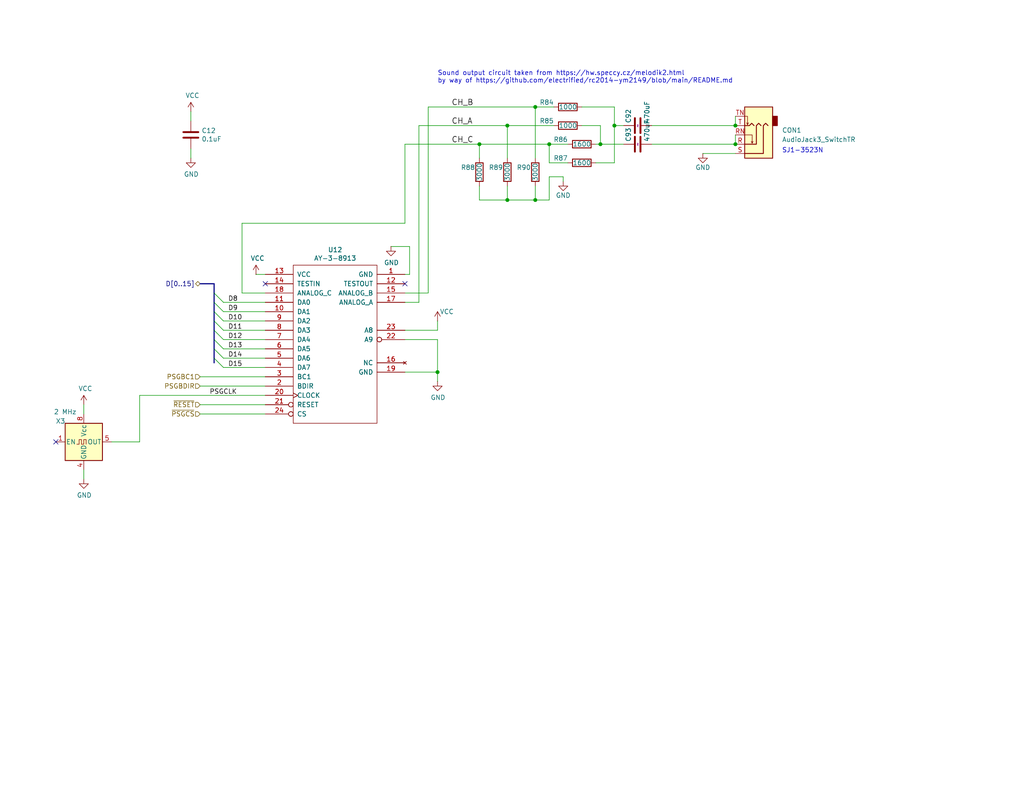
<source format=kicad_sch>
(kicad_sch (version 20231120) (generator "eeschema") (generator_version "8.0")
  (paper "A")
  (title_block (title "BITSY Mark I - An MC68000 Single Board Computer") (date "2025-06-12") (rev "V1B") (comment 1 "Licensed under CC-BY-SA-NC 4.0.") (comment 2 "https://github.com/codesmythe/BITSY_MK_I") (comment 3 "© 2025 Rob Gowin") (comment 4 "BITSY Mark I is a single board computer based around an MC68000 CPU."))
  (lib_symbols
    (symbol "AY-3-8913:AY-3-8913" (pin_names (offset 1.016))
      (property "Reference" "U" (at 0 -2.54 0))
      (property "Value" "AY-3-8913" (at 0 2.54 0))
      (symbol "AY-3-8913_1_0"
        (rectangle (start -11.43 -21.59) (end 11.43 21.59))
      )
      (symbol "AY-3-8913_1_1"
        (pin power_in line (at 19.05 19.05 180) (length 7.62) (name "GND") (number "1"))
        (pin bidirectional line (at -19.05 8.89 0) (length 7.62) (name "DA1") (number "10"))
        (pin bidirectional line (at -19.05 11.43 0) (length 7.62) (name "DA0") (number "11"))
        (pin output line (at 19.05 16.51 180) (length 7.62) (name "TESTOUT") (number "12"))
        (pin power_in line (at -19.05 19.05 0) (length 7.62) (name "VCC") (number "13"))
        (pin input line (at -19.05 16.51 0) (length 7.62) (name "TESTIN") (number "14"))
        (pin output line (at 19.05 13.97 180) (length 7.62) (name "ANALOG_B") (number "15"))
        (pin no_connect line (at 19.05 -5.08 180) (length 7.62) (name "NC") (number "16"))
        (pin output line (at 19.05 11.43 180) (length 7.62) (name "ANALOG_A") (number "17"))
        (pin output line (at -19.05 13.97 0) (length 7.62) (name "ANALOG_C") (number "18"))
        (pin power_in line (at 19.05 -7.62 180) (length 7.62) (name "GND") (number "19"))
        (pin input line (at -19.05 -11.43 0) (length 7.62) (name "BDIR") (number "2"))
        (pin input clock (at -19.05 -13.97 0) (length 7.62) (name "CLOCK") (number "20"))
        (pin input inverted (at -19.05 -16.51 0) (length 7.62) (name "RESET") (number "21"))
        (pin input inverted (at 19.05 1.27 180) (length 7.62) (name "A9") (number "22"))
        (pin input line (at 19.05 3.81 180) (length 7.62) (name "A8") (number "23"))
        (pin input inverted (at -19.05 -19.05 0) (length 7.62) (name "CS") (number "24"))
        (pin input line (at -19.05 -8.89 0) (length 7.62) (name "BC1") (number "3"))
        (pin bidirectional line (at -19.05 -6.35 0) (length 7.62) (name "DA7") (number "4"))
        (pin bidirectional line (at -19.05 -3.81 0) (length 7.62) (name "DA6") (number "5"))
        (pin bidirectional line (at -19.05 -1.27 0) (length 7.62) (name "DA5") (number "6"))
        (pin bidirectional line (at -19.05 1.27 0) (length 7.62) (name "DA4") (number "7"))
        (pin bidirectional line (at -19.05 3.81 0) (length 7.62) (name "DA3") (number "8"))
        (pin bidirectional line (at -19.05 6.35 0) (length 7.62) (name "DA2") (number "9"))
      )
    )
    (symbol "Connector_Audio:AudioJack3_SwitchTR"
      (property "Reference" "J" (at 0 8.89 0))
      (property "Value" "AudioJack3_SwitchTR" (at 0 6.35 0))
      (symbol "AudioJack3_SwitchTR_0_1"
        (rectangle (start -5.08 -5.08) (end -6.35 -7.62) (stroke (width 0.254)) (fill (type outline)))
        (polyline (pts (xy 0.508 -0.254) (xy 0.762 -0.762)))
        (polyline (pts (xy 1.778 -5.334) (xy 2.032 -5.842)))
        (polyline (pts (xy 0 -5.08) (xy 0.635 -5.715) (xy 1.27 -5.08) (xy 2.54 -5.08)) (stroke (width 0.254)))
        (polyline (pts (xy 2.54 -7.62) (xy 1.778 -7.62) (xy 1.778 -5.334) (xy 1.524 -5.842)))
        (polyline (pts (xy 2.54 -2.54) (xy 0.508 -2.54) (xy 0.508 -0.254) (xy 0.254 -0.762)))
        (polyline (pts (xy -1.905 -5.08) (xy -1.27 -5.715) (xy -0.635 -5.08) (xy -0.635 0) (xy 2.54 0)) (stroke (width 0.254)))
        (polyline (pts (xy 2.54 2.54) (xy -2.54 2.54) (xy -2.54 -5.08) (xy -3.175 -5.715) (xy -3.81 -5.08)) (stroke (width 0.254)))
        (rectangle (start 2.54 3.81) (end -5.08 -10.16) (stroke (width 0.254)) (fill (type background)))
      )
      (symbol "AudioJack3_SwitchTR_1_1"
        (pin passive line (at 5.08 0 180) (length 2.54) (name "~") (number "R"))
        (pin passive line (at 5.08 -2.54 180) (length 2.54) (name "~") (number "RN"))
        (pin passive line (at 5.08 2.54 180) (length 2.54) (name "~") (number "S"))
        (pin passive line (at 5.08 -5.08 180) (length 2.54) (name "~") (number "T"))
        (pin passive line (at 5.08 -7.62 180) (length 2.54) (name "~") (number "TN"))
      )
    )
    (symbol "Device:C" (pin_numbers hide) (pin_names (offset 0.254))
      (property "Reference" "C" (at 0.635 2.54 0))
      (property "Value" "C" (at 0.635 -2.54 0))
      (symbol "C_0_1"
        (polyline (pts (xy -2.032 -0.762) (xy 2.032 -0.762)) (stroke (width 0.508)))
        (polyline (pts (xy -2.032 0.762) (xy 2.032 0.762)) (stroke (width 0.508)))
      )
      (symbol "C_1_1"
        (pin passive line (at 0 3.81 270) (length 2.794) (name "~") (number "1"))
        (pin passive line (at 0 -3.81 90) (length 2.794) (name "~") (number "2"))
      )
    )
    (symbol "Device:R" (pin_numbers hide) (pin_names (offset 0))
      (property "Reference" "R" (at 2.032 0 90))
      (property "Value" "R" (at 0 0 90))
      (symbol "R_0_1"
        (rectangle (start -1.016 -2.54) (end 1.016 2.54) (stroke (width 0.254)))
      )
      (symbol "R_1_1"
        (pin passive line (at 0 3.81 270) (length 1.27) (name "~") (number "1"))
        (pin passive line (at 0 -3.81 90) (length 1.27) (name "~") (number "2"))
      )
    )
    (symbol "Oscillator:CXO_DIP8" (pin_names (offset 0.254))
      (property "Reference" "Y" (at -5.08 6.35 0))
      (property "Value" "CXO_DIP8" (at 1.27 -6.35 0))
      (symbol "CXO_DIP8_0_1"
        (rectangle (start -5.08 5.08) (end 5.08 -5.08) (stroke (width 0.254)) (fill (type background)))
        (polyline (pts (xy -1.905 -0.635) (xy -1.27 -0.635) (xy -1.27 0.635) (xy -0.635 0.635) (xy -0.635 -0.635) (xy 0 -0.635) (xy 0 0.635) (xy 0.635 0.635) (xy 0.635 -0.635)))
      )
      (symbol "CXO_DIP8_1_1"
        (pin input line (at -7.62 0 0) (length 2.54) (name "EN") (number "1"))
        (pin power_in line (at 0 -7.62 90) (length 2.54) (name "GND") (number "4"))
        (pin output line (at 7.62 0 180) (length 2.54) (name "OUT") (number "5"))
        (pin power_in line (at 0 7.62 270) (length 2.54) (name "Vcc") (number "8"))
      )
    )
    (symbol "power:GND" (power) (pin_numbers hide) (pin_names (offset 0) hide)
      (property "Value" "GND" (at 0 -3.81 0))
      (symbol "GND_0_1"
        (polyline (pts (xy 0 0) (xy 0 -1.27) (xy 1.27 -1.27) (xy 0 -2.54) (xy -1.27 -1.27) (xy 0 -1.27)))
      )
      (symbol "GND_1_1"
        (pin power_in line (at 0 0 270) (length 0) (name "~") (number "1"))
      )
    )
    (symbol "power:VCC" (power) (pin_numbers hide) (pin_names (offset 0) hide)
      (property "Value" "VCC" (at 0 3.556 0))
      (symbol "VCC_0_1"
        (polyline (pts (xy -0.762 1.27) (xy 0 2.54)))
        (polyline (pts (xy 0 0) (xy 0 2.54)))
        (polyline (pts (xy 0 2.54) (xy 0.762 1.27)))
      )
      (symbol "VCC_1_1"
        (pin power_in line (at 0 0 90) (length 0) (name "~") (number "1"))
      )
    )
  )
  (junction (at 146.05 54.61))
  (junction (at 200.66 39.37))
  (junction (at 130.81 39.37))
  (junction (at 200.66 34.29))
  (junction (at 138.43 54.61))
  (junction (at 146.05 29.21))
  (junction (at 138.43 34.29))
  (junction (at 119.38 101.6))
  (junction (at 167.64 34.29))
  (junction (at 163.83 39.37))
  (junction (at 149.86 39.37))
  (no_connect (at 110.49 77.47))
  (no_connect (at 72.39 77.47))
  (no_connect (at 15.24 120.65))
  (bus_entry (at 58.42 90.17) (size 2.54 2.54))
  (bus_entry (at 58.42 80.01) (size 2.54 2.54))
  (bus_entry (at 58.42 85.09) (size 2.54 2.54))
  (bus_entry (at 58.42 97.79) (size 2.54 2.54))
  (bus_entry (at 58.42 82.55) (size 2.54 2.54))
  (bus_entry (at 58.42 92.71) (size 2.54 2.54))
  (bus_entry (at 58.42 95.25) (size 2.54 2.54))
  (bus_entry (at 58.42 87.63) (size 2.54 2.54))
  (wire (pts (xy 149.86 48.26) (xy 153.67 48.26)))
  (wire (pts (xy 106.68 67.31) (xy 111.76 67.31)))
  (wire (pts (xy 54.61 102.87) (xy 72.39 102.87)))
  (wire (pts (xy 111.76 67.31) (xy 111.76 74.93)))
  (wire (pts (xy 146.05 29.21) (xy 151.13 29.21)))
  (wire (pts (xy 60.96 97.79) (xy 72.39 97.79)))
  (wire (pts (xy 149.86 39.37) (xy 154.94 39.37)))
  (wire (pts (xy 119.38 92.71) (xy 119.38 101.6)))
  (wire (pts (xy 66.04 80.01) (xy 66.04 60.96)))
  (wire (pts (xy 138.43 54.61) (xy 146.05 54.61)))
  (wire (pts (xy 54.61 113.03) (xy 72.39 113.03)))
  (wire (pts (xy 191.77 41.91) (xy 200.66 41.91)))
  (bus (pts (xy 58.42 85.09) (xy 58.42 87.63)))
  (wire (pts (xy 138.43 34.29) (xy 151.13 34.29)))
  (bus (pts (xy 58.42 82.55) (xy 58.42 85.09)))
  (wire (pts (xy 110.49 60.96) (xy 110.49 39.37)))
  (bus (pts (xy 58.42 77.47) (xy 58.42 80.01)))
  (wire (pts (xy 114.3 34.29) (xy 138.43 34.29)))
  (bus (pts (xy 58.42 80.01) (xy 58.42 82.55)))
  (wire (pts (xy 119.38 101.6) (xy 119.38 104.14)))
  (wire (pts (xy 116.84 80.01) (xy 116.84 29.21)))
  (bus (pts (xy 58.42 77.47) (xy 54.61 77.47)))
  (wire (pts (xy 167.64 34.29) (xy 170.18 34.29)))
  (wire (pts (xy 60.96 95.25) (xy 72.39 95.25)))
  (wire (pts (xy 60.96 85.09) (xy 72.39 85.09)))
  (wire (pts (xy 130.81 54.61) (xy 138.43 54.61)))
  (wire (pts (xy 110.49 92.71) (xy 119.38 92.71)))
  (wire (pts (xy 167.64 34.29) (xy 167.64 44.45)))
  (wire (pts (xy 54.61 110.49) (xy 72.39 110.49)))
  (wire (pts (xy 163.83 39.37) (xy 170.18 39.37)))
  (wire (pts (xy 149.86 54.61) (xy 149.86 48.26)))
  (wire (pts (xy 60.96 100.33) (xy 72.39 100.33)))
  (wire (pts (xy 110.49 101.6) (xy 119.38 101.6)))
  (wire (pts (xy 162.56 39.37) (xy 163.83 39.37)))
  (wire (pts (xy 149.86 44.45) (xy 154.94 44.45)))
  (wire (pts (xy 163.83 34.29) (xy 163.83 39.37)))
  (wire (pts (xy 38.1 107.95) (xy 72.39 107.95)))
  (bus (pts (xy 58.42 90.17) (xy 58.42 92.71)))
  (wire (pts (xy 138.43 54.61) (xy 138.43 50.8)))
  (wire (pts (xy 146.05 29.21) (xy 146.05 43.18)))
  (wire (pts (xy 119.38 90.17) (xy 119.38 87.63)))
  (wire (pts (xy 38.1 120.65) (xy 38.1 107.95)))
  (wire (pts (xy 72.39 80.01) (xy 66.04 80.01)))
  (wire (pts (xy 60.96 90.17) (xy 72.39 90.17)))
  (wire (pts (xy 110.49 74.93) (xy 111.76 74.93)))
  (bus (pts (xy 58.42 87.63) (xy 58.42 90.17)))
  (bus (pts (xy 58.42 92.71) (xy 58.42 95.25)))
  (wire (pts (xy 146.05 54.61) (xy 149.86 54.61)))
  (wire (pts (xy 54.61 105.41) (xy 72.39 105.41)))
  (wire (pts (xy 110.49 80.01) (xy 116.84 80.01)))
  (wire (pts (xy 69.85 74.93) (xy 72.39 74.93)))
  (wire (pts (xy 200.66 34.29) (xy 200.66 31.75)))
  (wire (pts (xy 22.86 110.49) (xy 22.86 113.03)))
  (wire (pts (xy 167.64 44.45) (xy 162.56 44.45)))
  (wire (pts (xy 146.05 54.61) (xy 146.05 50.8)))
  (wire (pts (xy 60.96 92.71) (xy 72.39 92.71)))
  (wire (pts (xy 22.86 128.27) (xy 22.86 130.81)))
  (wire (pts (xy 52.07 40.64) (xy 52.07 43.18)))
  (wire (pts (xy 52.07 30.48) (xy 52.07 33.02)))
  (bus (pts (xy 58.42 97.79) (xy 58.42 99.06)))
  (wire (pts (xy 60.96 82.55) (xy 72.39 82.55)))
  (bus (pts (xy 58.42 95.25) (xy 58.42 97.79)))
  (wire (pts (xy 153.67 48.26) (xy 153.67 49.53)))
  (wire (pts (xy 110.49 82.55) (xy 114.3 82.55)))
  (wire (pts (xy 60.96 87.63) (xy 72.39 87.63)))
  (wire (pts (xy 158.75 34.29) (xy 163.83 34.29)))
  (wire (pts (xy 114.3 82.55) (xy 114.3 34.29)))
  (wire (pts (xy 110.49 39.37) (xy 130.81 39.37)))
  (wire (pts (xy 138.43 34.29) (xy 138.43 43.18)))
  (wire (pts (xy 149.86 39.37) (xy 149.86 44.45)))
  (wire (pts (xy 130.81 50.8) (xy 130.81 54.61)))
  (wire (pts (xy 130.81 39.37) (xy 149.86 39.37)))
  (wire (pts (xy 116.84 29.21) (xy 146.05 29.21)))
  (wire (pts (xy 177.8 34.29) (xy 200.66 34.29)))
  (wire (pts (xy 177.8 39.37) (xy 200.66 39.37)))
  (wire (pts (xy 30.48 120.65) (xy 38.1 120.65)))
  (wire (pts (xy 158.75 29.21) (xy 167.64 29.21)))
  (wire (pts (xy 167.64 29.21) (xy 167.64 34.29)))
  (wire (pts (xy 200.66 39.37) (xy 200.66 36.83)))
  (wire (pts (xy 110.49 90.17) (xy 119.38 90.17)))
  (wire (pts (xy 66.04 60.96) (xy 110.49 60.96)))
  (wire (pts (xy 130.81 39.37) (xy 130.81 43.18)))
  (text "SJ1-3523N" (at 213.36 41.91 0) (effects (font (size 1.27 1.27)) (justify left bottom)))
  (text "Sound output circuit taken from https://hw.speccy.cz/melodik2.html\nby way of https://github.com/electrified/rc2014-ym2149/blob/main/README.md" (at 119.38 22.86 0) (effects (font (size 1.27 1.27)) (justify left bottom)))
  (label "D14" (at 62.23 97.79 0))
  (label "D13" (at 62.23 95.25 0))
  (label "CH_B" (at 123.19 29.21 0) (effects (font (size 1.524 1.524))))
  (label "D11" (at 62.23 90.17 0))
  (label "CH_C" (at 123.19 39.37 0) (effects (font (size 1.524 1.524))))
  (label "D10" (at 62.23 87.63 0))
  (label "D8" (at 62.23 82.55 0))
  (label "D12" (at 62.23 92.71 0))
  (label "D9" (at 62.23 85.09 0))
  (label "CH_A" (at 123.19 34.29 0) (effects (font (size 1.524 1.524))))
  (label "D15" (at 62.23 100.33 0))
  (label "PSGCLK" (at 57.15 107.95 0))
  (hierarchical_label "~{RESET}" (shape input) (at 54.61 110.49 180))
  (hierarchical_label "PSGBC1" (shape input) (at 54.61 102.87 180))
  (hierarchical_label "D[0..15]" (shape bidirectional) (at 54.61 77.47 180))
  (hierarchical_label "PSGBDIR" (shape input) (at 54.61 105.41 180))
  (hierarchical_label "~{PSGCS}" (shape input) (at 54.61 113.03 180))
  (symbol (lib_id "Device:R") (at 130.81 46.99 0) (unit 1)
    (property "Reference" "R88" (at 125.73 45.72 0) (effects (justify left)))
    (property "Value" "3000" (at 130.81 49.53 90) (effects (justify left)))
    (property "Footprint" "Resistor_THT:R_Axial_DIN0207_L6.3mm_D2.5mm_P7.62mm_Horizontal" (effects (hide yes)))
    (property "Description" "3K ohm, axial, 1% tolerance, 1/4 W" (effects (hide yes)))
    (property "PartNum00" "603-MFR-25FTE52-3K" (effects (hide yes)))
    (property "PartVendor00" "Mouser" (effects (hide yes)))
  )
  (symbol (lib_id "Device:R") (at 138.43 46.99 0) (unit 1)
    (property "Reference" "R89" (at 133.35 45.72 0) (effects (justify left)))
    (property "Value" "3000" (at 138.43 49.53 90) (effects (justify left)))
    (property "Footprint" "Resistor_THT:R_Axial_DIN0207_L6.3mm_D2.5mm_P7.62mm_Horizontal" (effects (hide yes)))
    (property "Description" "3K ohm, axial, 1% tolerance, 1/4 W" (effects (hide yes)))
    (property "PartNum00" "603-MFR-25FTE52-3K" (effects (hide yes)))
    (property "PartVendor00" "Mouser" (effects (hide yes)))
  )
  (symbol (lib_id "Device:R") (at 146.05 46.99 0) (unit 1)
    (property "Reference" "R90" (at 140.97 45.72 0) (effects (justify left)))
    (property "Value" "3000" (at 146.05 49.53 90) (effects (justify left)))
    (property "Footprint" "Resistor_THT:R_Axial_DIN0207_L6.3mm_D2.5mm_P7.62mm_Horizontal" (effects (hide yes)))
    (property "Description" "3K ohm, axial, 1% tolerance, 1/4 W" (effects (hide yes)))
    (property "PartNum00" "603-MFR-25FTE52-3K" (effects (hide yes)))
    (property "PartVendor00" "Mouser" (effects (hide yes)))
  )
  (symbol (lib_id "Device:R") (at 154.94 29.21 90) (unit 1)
    (property "Reference" "R84" (at 151.13 27.94 90) (effects (justify left)))
    (property "Value" "1000" (at 157.48 29.21 90) (effects (justify left)))
    (property "Footprint" "Resistor_THT:R_Axial_DIN0207_L6.3mm_D2.5mm_P7.62mm_Horizontal" (effects (hide yes)))
    (property "Description" "1K ohm, axial, 1% tolerance, 1/4 W" (effects (hide yes)))
    (property "PartNum00" "603-MFR-25FTE52-1K" (effects (hide yes)))
    (property "PartVendor00" "Mouser" (effects (hide yes)))
  )
  (symbol (lib_id "Device:R") (at 154.94 34.29 90) (unit 1)
    (property "Reference" "R85" (at 151.13 33.02 90) (effects (justify left)))
    (property "Value" "1000" (at 157.48 34.29 90) (effects (justify left)))
    (property "Footprint" "Resistor_THT:R_Axial_DIN0207_L6.3mm_D2.5mm_P7.62mm_Horizontal" (effects (hide yes)))
    (property "Description" "1K ohm, axial, 1% tolerance, 1/4 W" (effects (hide yes)))
    (property "PartNum00" "603-MFR-25FTE52-1K" (effects (hide yes)))
    (property "PartVendor00" "Mouser" (effects (hide yes)))
  )
  (symbol (lib_id "Device:R") (at 158.75 44.45 90) (unit 1)
    (property "Reference" "R87" (at 154.94 43.18 90) (effects (justify left)))
    (property "Value" "1600" (at 161.29 44.45 90) (effects (justify left)))
    (property "Footprint" "Resistor_THT:R_Axial_DIN0207_L6.3mm_D2.5mm_P7.62mm_Horizontal" (effects (hide yes)))
    (property "Description" "1600 ohm, axial, 1% tolerance, 1/4 W" (effects (hide yes)))
    (property "PartNum00" "603-MFR-25FTE52-1K6" (effects (hide yes)))
    (property "PartVendor00" "Mouser" (effects (hide yes)))
  )
  (symbol (lib_id "Device:R") (at 158.75 39.37 90) (unit 1)
    (property "Reference" "R86" (at 154.94 38.1 90) (effects (justify left)))
    (property "Value" "1600" (at 161.29 39.37 90) (effects (justify left)))
    (property "Footprint" "Resistor_THT:R_Axial_DIN0207_L6.3mm_D2.5mm_P7.62mm_Horizontal" (effects (hide yes)))
    (property "Description" "1600 ohm, axial, 1% tolerance, 1/4 W" (effects (hide yes)))
    (property "PartNum00" "603-MFR-25FTE52-1K6" (effects (hide yes)))
    (property "PartVendor00" "Mouser" (effects (hide yes)))
  )
  (symbol (lib_id "Device:C") (at 52.07 36.83 0) (unit 1)
    (property "Reference" "C12" (at 54.991 35.6616 0) (effects (justify left)))
    (property "Value" "0.1uF" (at 54.991 37.973 0) (effects (justify left)))
    (property "Footprint" "Capacitor_THT:C_Rect_L7.0mm_W2.0mm_P5.00mm" (effects (hide yes)))
    (property "Description" "0.1 uF, MLCC, 5 mm Pitch" (effects (hide yes)))
    (property "PartNum00" "594-K104K15X7RF5TH5" (effects (hide yes)))
    (property "PartVendor00" "Mouser" (effects (hide yes)))
  )
  (symbol (lib_id "power:VCC") (at 69.85 74.93 0) (unit 1)
    (property "Reference" "#PWR0145" (effects (hide yes)))
    (property "Value" "VCC" (at 70.2818 70.5358 0))
    (property "Description" "Power symbol creates a global label with name \"VCC\"" (effects (hide yes)))
  )
  (symbol (lib_id "power:GND") (at 106.68 67.31 0) (unit 1)
    (property "Reference" "#PWR0146" (effects (hide yes)))
    (property "Value" "GND" (at 106.807 71.7042 0))
    (property "Description" "Power symbol creates a global label with name \"GND\" , ground" (effects (hide yes)))
  )
  (symbol (lib_id "power:GND") (at 52.07 43.18 0) (unit 1)
    (property "Reference" "#PWR0151" (effects (hide yes)))
    (property "Value" "GND" (at 52.197 47.5742 0))
    (property "Description" "Power symbol creates a global label with name \"GND\" , ground" (effects (hide yes)))
  )
  (symbol (lib_id "power:VCC") (at 52.07 30.48 0) (unit 1)
    (property "Reference" "#PWR0152" (effects (hide yes)))
    (property "Value" "VCC" (at 52.5018 26.0858 0))
    (property "Description" "Power symbol creates a global label with name \"VCC\"" (effects (hide yes)))
  )
  (symbol (lib_id "power:GND") (at 119.38 104.14 0) (unit 1)
    (property "Reference" "#PWR0153" (effects (hide yes)))
    (property "Value" "GND" (at 119.507 108.5342 0))
    (property "Description" "Power symbol creates a global label with name \"GND\" , ground" (effects (hide yes)))
  )
  (symbol (lib_id "power:VCC") (at 119.38 87.63 0) (unit 1)
    (property "Reference" "#PWR0154" (effects (hide yes)))
    (property "Value" "VCC" (at 121.92 85.09 0))
    (property "Description" "Power symbol creates a global label with name \"VCC\"" (effects (hide yes)))
  )
  (symbol (lib_id "power:GND") (at 191.77 41.91 0) (unit 1)
    (property "Reference" "#PWR0129" (effects (hide yes)))
    (property "Value" "GND" (at 191.77 45.72 0))
    (property "Description" "Power symbol creates a global label with name \"GND\" , ground" (effects (hide yes)))
  )
  (symbol (lib_id "Device:C") (at 173.99 34.29 90) (unit 1)
    (property "Reference" "C92" (at 171.45 33.655 0) (effects (justify left)))
    (property "Value" "470uF" (at 176.53 33.655 0) (effects (justify left)))
    (property "Footprint" "Capacitor_THT:CP_Radial_D6.3mm_P2.50mm" (effects (hide yes)))
    (property "Datasheet" "~" (at 173.99 34.29 0))
    (property "Description" "Electrolytic Capacitor, Radial, 6.3V 470uF, 6.3D, 2.5P" (effects (hide yes)))
    (property "PartNum00" "80-ESK477M6R3AE3AA" (effects (hide yes)))
    (property "PartVendor00" "Mouser" (effects (hide yes)))
  )
  (symbol (lib_id "Device:C") (at 173.99 39.37 90) (unit 1)
    (property "Reference" "C93" (at 171.45 38.735 0) (effects (justify left)))
    (property "Value" "470uF" (at 176.53 38.735 0) (effects (justify left)))
    (property "Footprint" "Capacitor_THT:CP_Radial_D6.3mm_P2.50mm" (effects (hide yes)))
    (property "Datasheet" "~" (at 173.99 39.37 0))
    (property "Description" "Electrolytic Capacitor, Radial, 6.3V 470uF, 6.3D, 2.5P" (effects (hide yes)))
    (property "PartNum00" "80-ESK477M6R3AE3AA" (effects (hide yes)))
    (property "PartVendor00" "Mouser" (effects (hide yes)))
  )
  (symbol (lib_id "power:GND") (at 153.67 49.53 0) (unit 1)
    (property "Reference" "#PWR0142" (effects (hide yes)))
    (property "Value" "GND" (at 153.67 53.34 0))
    (property "Description" "Power symbol creates a global label with name \"GND\" , ground" (effects (hide yes)))
  )
  (symbol (lib_id "AY-3-8913:AY-3-8913") (at 91.44 93.98 0) (unit 1)
    (property "Reference" "U12" (at 91.44 68.199 0))
    (property "Value" "AY-3-8913" (at 91.44 70.5104 0))
    (property "Footprint" "Package_DIP:DIP-24_W15.24mm_Socket_LongPads" (effects (hide yes)))
    (property "Datasheet" "DOCUMENTATION" (effects (hide yes)))
    (property "Description" "AY-3-8913 Programmable Sound Generator (PSG) in 24-pin wide DIP" (effects (hide yes)))
    (property "PartNum00" "AY-3-8913" (effects (hide yes)))
    (property "PartNum01" "737-ICS-624-T" (effects (hide yes)))
    (property "PartVendor00" "eBay" (effects (hide yes)))
    (property "PartVendor01" "Mouser" (effects (hide yes)))
  )
  (symbol (lib_id "Oscillator:CXO_DIP8") (at 22.86 120.65 0) (unit 1)
    (property "Reference" "X3" (at 16.51 114.9859 0))
    (property "Value" "2 MHz" (at 17.78 112.4459 0))
    (property "Footprint" "Oscillator:Oscillator_DIP-8" (effects (hide yes)))
    (property "Datasheet" "http://cdn-reichelt.de/documents/datenblatt/B400/OSZI.pdf" (effects (hide yes)))
    (property "Description" "2 MHz can oscillator in 8-pin DIP" (effects (hide yes)))
    (property "PartNum00" "520-TCH200-X" (effects (hide yes)))
    (property "PartNum01" "535-1108800" (effects (hide yes)))
    (property "PartVendor00" "Mouser" (effects (hide yes)))
    (property "PartVendor01" "Mouser" (effects (hide yes)))
  )
  (symbol (lib_id "power:GND") (at 22.86 130.81 0) (unit 1)
    (property "Reference" "#PWR01" (effects (hide yes)))
    (property "Value" "GND" (at 22.987 135.2042 0))
    (property "Description" "Power symbol creates a global label with name \"GND\" , ground" (effects (hide yes)))
  )
  (symbol (lib_id "Connector_Audio:AudioJack3_SwitchTR") (at 205.74 39.37 180) (unit 1)
    (property "Reference" "CON1" (at 213.36 35.56 0) (effects (justify right)))
    (property "Value" "AudioJack3_SwitchTR" (at 213.36 38.1 0) (effects (justify right)))
    (property "Footprint" "Connector_Audio:Jack_3.5mm_CUI_SJ1-3535NG_Horizontal" (effects (hide yes)))
    (property "Description" "Audio Jack, 3 Poles, Switched TR Poles" (effects (hide yes)))
    (property "PartNum00" "490-SJ1-3533NG" (effects (hide yes)))
    (property "PartVendor00" "Mouser" (effects (hide yes)))
  )
  (symbol (lib_id "power:VCC") (at 22.86 110.49 0) (unit 1)
    (property "Reference" "#PWR02" (effects (hide yes)))
    (property "Value" "VCC" (at 23.2918 106.0958 0))
    (property "Description" "Power symbol creates a global label with name \"VCC\"" (effects (hide yes)))
  )
)
</source>
